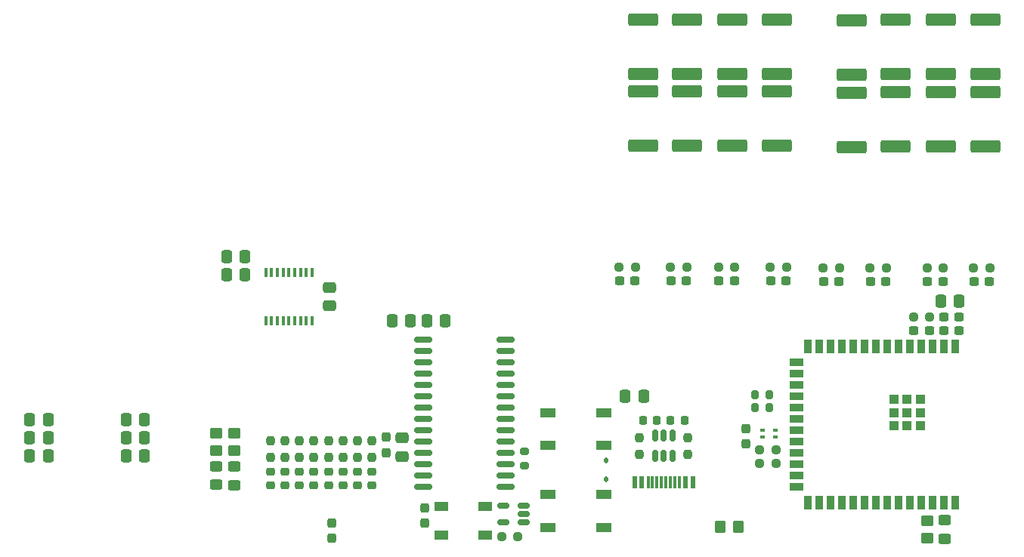
<source format=gbr>
%TF.GenerationSoftware,KiCad,Pcbnew,8.0.2*%
%TF.CreationDate,2024-08-07T19:15:07+02:00*%
%TF.ProjectId,hamodule,68616d6f-6475-46c6-952e-6b696361645f,20240807.23.8*%
%TF.SameCoordinates,Original*%
%TF.FileFunction,Paste,Top*%
%TF.FilePolarity,Positive*%
%FSLAX46Y46*%
G04 Gerber Fmt 4.6, Leading zero omitted, Abs format (unit mm)*
G04 Created by KiCad (PCBNEW 8.0.2) date 2024-08-07 19:15:07*
%MOMM*%
%LPD*%
G01*
G04 APERTURE LIST*
G04 Aperture macros list*
%AMRoundRect*
0 Rectangle with rounded corners*
0 $1 Rounding radius*
0 $2 $3 $4 $5 $6 $7 $8 $9 X,Y pos of 4 corners*
0 Add a 4 corners polygon primitive as box body*
4,1,4,$2,$3,$4,$5,$6,$7,$8,$9,$2,$3,0*
0 Add four circle primitives for the rounded corners*
1,1,$1+$1,$2,$3*
1,1,$1+$1,$4,$5*
1,1,$1+$1,$6,$7*
1,1,$1+$1,$8,$9*
0 Add four rect primitives between the rounded corners*
20,1,$1+$1,$2,$3,$4,$5,0*
20,1,$1+$1,$4,$5,$6,$7,0*
20,1,$1+$1,$6,$7,$8,$9,0*
20,1,$1+$1,$8,$9,$2,$3,0*%
G04 Aperture macros list end*
%ADD10RoundRect,0.249999X-1.425001X0.450001X-1.425001X-0.450001X1.425001X-0.450001X1.425001X0.450001X0*%
%ADD11RoundRect,0.250000X0.450000X-0.325000X0.450000X0.325000X-0.450000X0.325000X-0.450000X-0.325000X0*%
%ADD12RoundRect,0.250000X0.450000X-0.350000X0.450000X0.350000X-0.450000X0.350000X-0.450000X-0.350000X0*%
%ADD13RoundRect,0.250000X0.337500X0.475000X-0.337500X0.475000X-0.337500X-0.475000X0.337500X-0.475000X0*%
%ADD14RoundRect,0.250000X-0.337500X-0.475000X0.337500X-0.475000X0.337500X0.475000X-0.337500X0.475000X0*%
%ADD15RoundRect,0.237500X-0.250000X-0.237500X0.250000X-0.237500X0.250000X0.237500X-0.250000X0.237500X0*%
%ADD16RoundRect,0.237500X0.300000X0.237500X-0.300000X0.237500X-0.300000X-0.237500X0.300000X-0.237500X0*%
%ADD17R,1.800000X1.100000*%
%ADD18RoundRect,0.237500X-0.300000X-0.237500X0.300000X-0.237500X0.300000X0.237500X-0.300000X0.237500X0*%
%ADD19RoundRect,0.237500X-0.237500X0.300000X-0.237500X-0.300000X0.237500X-0.300000X0.237500X0.300000X0*%
%ADD20RoundRect,0.225000X0.225000X0.250000X-0.225000X0.250000X-0.225000X-0.250000X0.225000X-0.250000X0*%
%ADD21R,0.400000X1.000000*%
%ADD22RoundRect,0.237500X0.237500X-0.250000X0.237500X0.250000X-0.237500X0.250000X-0.237500X-0.250000X0*%
%ADD23RoundRect,0.218750X0.256250X-0.218750X0.256250X0.218750X-0.256250X0.218750X-0.256250X-0.218750X0*%
%ADD24RoundRect,0.150000X0.512500X0.150000X-0.512500X0.150000X-0.512500X-0.150000X0.512500X-0.150000X0*%
%ADD25RoundRect,0.200000X0.200000X0.275000X-0.200000X0.275000X-0.200000X-0.275000X0.200000X-0.275000X0*%
%ADD26R,0.900000X1.500000*%
%ADD27R,1.500000X0.900000*%
%ADD28R,1.000000X1.000000*%
%ADD29RoundRect,0.237500X0.237500X-0.300000X0.237500X0.300000X-0.237500X0.300000X-0.237500X-0.300000X0*%
%ADD30RoundRect,0.200000X0.275000X-0.200000X0.275000X0.200000X-0.275000X0.200000X-0.275000X-0.200000X0*%
%ADD31RoundRect,0.250000X-0.450000X0.325000X-0.450000X-0.325000X0.450000X-0.325000X0.450000X0.325000X0*%
%ADD32RoundRect,0.112500X0.112500X-0.187500X0.112500X0.187500X-0.112500X0.187500X-0.112500X-0.187500X0*%
%ADD33R,0.600000X1.450000*%
%ADD34R,0.300000X1.450000*%
%ADD35RoundRect,0.150000X-0.875000X-0.150000X0.875000X-0.150000X0.875000X0.150000X-0.875000X0.150000X0*%
%ADD36RoundRect,0.250000X-0.475000X0.337500X-0.475000X-0.337500X0.475000X-0.337500X0.475000X0.337500X0*%
%ADD37RoundRect,0.250000X-0.350000X-0.450000X0.350000X-0.450000X0.350000X0.450000X-0.350000X0.450000X0*%
%ADD38R,0.500000X0.300000*%
%ADD39RoundRect,0.150000X0.150000X-0.512500X0.150000X0.512500X-0.150000X0.512500X-0.150000X-0.512500X0*%
%ADD40RoundRect,0.225000X-0.225000X-0.250000X0.225000X-0.250000X0.225000X0.250000X-0.225000X0.250000X0*%
%ADD41R,1.500000X1.000000*%
G04 APERTURE END LIST*
D10*
%TO.C,R19*%
X76275000Y59056900D03*
X76275000Y52956900D03*
%TD*%
%TO.C,R20*%
X81228000Y59056900D03*
X81228000Y52956900D03*
%TD*%
%TO.C,R16*%
X81228000Y51005100D03*
X81228000Y44905100D03*
%TD*%
%TO.C,R15*%
X76275000Y51005100D03*
X76275000Y44905100D03*
%TD*%
D11*
%TO.C,D1*%
X28424000Y6868400D03*
X28424000Y8918400D03*
%TD*%
D12*
%TO.C,R2*%
X28424000Y10668400D03*
X28424000Y12668400D03*
%TD*%
D13*
%TO.C,C9*%
X9644200Y14198600D03*
X7569200Y14198600D03*
%TD*%
D14*
%TO.C,C7*%
X18364200Y10109200D03*
X20439200Y10109200D03*
%TD*%
D10*
%TO.C,R18*%
X91286400Y51005100D03*
X91286400Y44905100D03*
%TD*%
%TO.C,R21*%
X86257200Y59056900D03*
X86257200Y52956900D03*
%TD*%
%TO.C,R22*%
X91286400Y59056900D03*
X91286400Y52956900D03*
%TD*%
%TO.C,R17*%
X86257200Y51005100D03*
X86257200Y44905100D03*
%TD*%
D15*
%TO.C,R1*%
X106588402Y25681201D03*
X108413402Y25681201D03*
%TD*%
D16*
%TO.C,C1*%
X108350902Y24157201D03*
X106625902Y24157201D03*
%TD*%
D17*
%TO.C,SW1*%
X65671000Y14968400D03*
X71871000Y14968400D03*
X65671000Y11268400D03*
X71871000Y11268400D03*
%TD*%
%TO.C,SW2*%
X65669800Y5765800D03*
X71869800Y5765800D03*
X65669800Y2065800D03*
X71869800Y2065800D03*
%TD*%
D18*
%TO.C,C5*%
X109980902Y24157201D03*
X111705902Y24157201D03*
%TD*%
D19*
%TO.C,C19*%
X87779402Y13161201D03*
X87779402Y11436201D03*
%TD*%
D20*
%TO.C,C13*%
X77834402Y14078701D03*
X76284402Y14078701D03*
%TD*%
D11*
%TO.C,D12*%
X30524000Y6843400D03*
X30524000Y8893400D03*
%TD*%
D21*
%TO.C,U10*%
X34012800Y25290800D03*
X34662800Y25290800D03*
X35312800Y25290800D03*
X35962800Y25290800D03*
X36612800Y25290800D03*
X37262800Y25290800D03*
X37912800Y25290800D03*
X38562800Y25290800D03*
X39212800Y25290800D03*
X39212800Y30690800D03*
X38562800Y30690800D03*
X37912800Y30690800D03*
X37262800Y30690800D03*
X36612800Y30690800D03*
X35962800Y30690800D03*
X35312800Y30690800D03*
X34662800Y30690800D03*
X34012800Y30690800D03*
%TD*%
D22*
%TO.C,R40*%
X36171496Y9965496D03*
X36171496Y11790496D03*
%TD*%
%TO.C,R39*%
X34545896Y9967396D03*
X34545896Y11792396D03*
%TD*%
D10*
%TO.C,R33*%
X104583200Y50900600D03*
X104583200Y44800600D03*
%TD*%
D18*
%TO.C,C24*%
X96524002Y29707101D03*
X98249002Y29707101D03*
%TD*%
D10*
%TO.C,R29*%
X104583200Y59032600D03*
X104583200Y52932600D03*
%TD*%
D23*
%TO.C,D8*%
X34545896Y6790296D03*
X34545896Y8365296D03*
%TD*%
D18*
%TO.C,C22*%
X108156102Y29707101D03*
X109881102Y29707101D03*
%TD*%
D12*
%TO.C,R44*%
X30524000Y10668400D03*
X30524000Y12668400D03*
%TD*%
D15*
%TO.C,R13*%
X84738626Y31255920D03*
X86563626Y31255920D03*
%TD*%
D22*
%TO.C,R25*%
X42673896Y9967396D03*
X42673896Y11792396D03*
%TD*%
%TO.C,R26*%
X41048296Y9965496D03*
X41048296Y11790496D03*
%TD*%
D10*
%TO.C,R34*%
X99644200Y50852800D03*
X99644200Y44752800D03*
%TD*%
D15*
%TO.C,R11*%
X73611526Y31255920D03*
X75436526Y31255920D03*
%TD*%
D24*
%TO.C,U12*%
X62890400Y2641600D03*
X62890400Y3591600D03*
X62890400Y4541600D03*
X60615400Y4541600D03*
X60615400Y2641600D03*
%TD*%
D25*
%TO.C,R4*%
X90454402Y16988701D03*
X88804402Y16988701D03*
%TD*%
D15*
%TO.C,R35*%
X113337702Y31231101D03*
X115162702Y31231101D03*
%TD*%
D10*
%TO.C,R30*%
X99644200Y58982800D03*
X99644200Y52882800D03*
%TD*%
D25*
%TO.C,R3*%
X90454402Y15513701D03*
X88804402Y15513701D03*
%TD*%
D26*
%TO.C,U2*%
X111239402Y22348701D03*
X109969402Y22348701D03*
X108699402Y22348701D03*
X107429402Y22348701D03*
X106159402Y22348701D03*
X104889402Y22348701D03*
X103619402Y22348701D03*
X102349402Y22348701D03*
X101079402Y22348701D03*
X99809402Y22348701D03*
X98539402Y22348701D03*
X97269402Y22348701D03*
X95999402Y22348701D03*
X94729402Y22348701D03*
D27*
X93479402Y20583701D03*
X93479402Y19313701D03*
X93479402Y18043701D03*
X93479402Y16773701D03*
X93479402Y15503701D03*
X93479402Y14233701D03*
X93479402Y12963701D03*
X93479402Y11693701D03*
X93479402Y10423701D03*
X93479402Y9153701D03*
X93479402Y7883701D03*
X93479402Y6613701D03*
D26*
X94729402Y4848701D03*
X95999402Y4848701D03*
X97269402Y4848701D03*
X98539402Y4848701D03*
X99809402Y4848701D03*
X101079402Y4848701D03*
X102349402Y4848701D03*
X103619402Y4848701D03*
X104889402Y4848701D03*
X106159402Y4848701D03*
X107429402Y4848701D03*
X108699402Y4848701D03*
X109969402Y4848701D03*
X111239402Y4848701D03*
D28*
X107389402Y16458701D03*
X105889402Y16458701D03*
X104389402Y16458701D03*
X107389402Y14958701D03*
X105889402Y14958701D03*
X104389402Y14958701D03*
X107389402Y13458701D03*
X105889402Y13458701D03*
X104389402Y13458701D03*
%TD*%
D10*
%TO.C,R27*%
X114616200Y59032600D03*
X114616200Y52932600D03*
%TD*%
D23*
%TO.C,D6*%
X42673896Y6790396D03*
X42673896Y8365396D03*
%TD*%
D15*
%TO.C,R45*%
X60425800Y1051600D03*
X62250800Y1051600D03*
%TD*%
D29*
%TO.C,C28*%
X51839200Y2540700D03*
X51839200Y4265700D03*
%TD*%
D30*
%TO.C,R43*%
X63017400Y8968400D03*
X63017400Y10618400D03*
%TD*%
D15*
%TO.C,R37*%
X101706402Y31231101D03*
X103531402Y31231101D03*
%TD*%
D31*
%TO.C,D2*%
X110058200Y2879200D03*
X110058200Y829200D03*
%TD*%
D14*
%TO.C,C27*%
X48149000Y25268400D03*
X50224000Y25268400D03*
%TD*%
D19*
%TO.C,C34*%
X47524000Y12205900D03*
X47524000Y10480900D03*
%TD*%
D32*
%TO.C,D3*%
X72124000Y7468400D03*
X72124000Y9568400D03*
%TD*%
D10*
%TO.C,R28*%
X109637800Y59032600D03*
X109637800Y52932600D03*
%TD*%
D16*
%TO.C,C21*%
X115112702Y29707101D03*
X113387702Y29707101D03*
%TD*%
D13*
%TO.C,C10*%
X9644200Y12141200D03*
X7569200Y12141200D03*
%TD*%
D33*
%TO.C,J11*%
X75355402Y7137801D03*
X76155402Y7137801D03*
D34*
X77355402Y7137801D03*
X78355402Y7137801D03*
X78855402Y7137801D03*
X79855402Y7137801D03*
D33*
X81055402Y7137801D03*
X81855402Y7137801D03*
X81855402Y7137801D03*
X81055402Y7137801D03*
D34*
X80355402Y7137801D03*
X79355402Y7137801D03*
X77855402Y7137801D03*
X76855402Y7137801D03*
D33*
X76155402Y7137801D03*
X75355402Y7137801D03*
%TD*%
D15*
%TO.C,R14*%
X90529826Y31255920D03*
X92354826Y31255920D03*
%TD*%
D22*
%TO.C,R41*%
X37797096Y9965496D03*
X37797096Y11790496D03*
%TD*%
D18*
%TO.C,C17*%
X84785626Y29731920D03*
X86510626Y29731920D03*
%TD*%
D23*
%TO.C,D4*%
X45925096Y6790396D03*
X45925096Y8365396D03*
%TD*%
D35*
%TO.C,U9*%
X51622400Y23190200D03*
X51622400Y21920200D03*
X51622400Y20650200D03*
X51622400Y19380200D03*
X51622400Y18110200D03*
X51622400Y16840200D03*
X51622400Y15570200D03*
X51622400Y14300200D03*
X51622400Y13030200D03*
X51622400Y11760200D03*
X51622400Y10490200D03*
X51622400Y9220200D03*
X51622400Y7950200D03*
X51622400Y6680200D03*
X60922400Y6680200D03*
X60922400Y7950200D03*
X60922400Y9220200D03*
X60922400Y10490200D03*
X60922400Y11760200D03*
X60922400Y13030200D03*
X60922400Y14300200D03*
X60922400Y15570200D03*
X60922400Y16840200D03*
X60922400Y18110200D03*
X60922400Y19380200D03*
X60922400Y20650200D03*
X60922400Y21920200D03*
X60922400Y23190200D03*
%TD*%
D18*
%TO.C,C16*%
X79402600Y29731920D03*
X81127600Y29731920D03*
%TD*%
D14*
%TO.C,C4*%
X18372000Y14173200D03*
X20447000Y14173200D03*
%TD*%
D15*
%TO.C,R38*%
X96474002Y31231101D03*
X98299002Y31231101D03*
%TD*%
D23*
%TO.C,D9*%
X36171496Y6790396D03*
X36171496Y8365396D03*
%TD*%
D19*
%TO.C,C25*%
X41427400Y2615100D03*
X41427400Y890100D03*
%TD*%
D14*
%TO.C,C33*%
X74286500Y16768400D03*
X76361500Y16768400D03*
%TD*%
D22*
%TO.C,R23*%
X45925096Y9967396D03*
X45925096Y11792396D03*
%TD*%
D18*
%TO.C,C23*%
X101756402Y29707101D03*
X103481402Y29707101D03*
%TD*%
D14*
%TO.C,C29*%
X52049000Y25268400D03*
X54124000Y25268400D03*
%TD*%
D16*
%TO.C,C18*%
X92301826Y29731920D03*
X90576826Y29731920D03*
%TD*%
D36*
%TO.C,C14*%
X41173400Y29002900D03*
X41173400Y26927900D03*
%TD*%
D22*
%TO.C,R9*%
X81309402Y10296201D03*
X81309402Y12121201D03*
%TD*%
%TO.C,R24*%
X44299496Y9967396D03*
X44299496Y11792396D03*
%TD*%
D13*
%TO.C,C36*%
X31699000Y30468400D03*
X29624000Y30468400D03*
%TD*%
D37*
%TO.C,R8*%
X84944200Y2184400D03*
X86944200Y2184400D03*
%TD*%
D38*
%TO.C,U7*%
X91089402Y12205101D03*
X91089402Y13005101D03*
X89689402Y13005101D03*
X89689402Y12205101D03*
%TD*%
D23*
%TO.C,D11*%
X39422696Y6790396D03*
X39422696Y8365396D03*
%TD*%
D39*
%TO.C,U4*%
X77659402Y10101201D03*
X78609402Y10101201D03*
X79559402Y10101201D03*
X79559402Y12376201D03*
X78609402Y12376201D03*
X77659402Y12376201D03*
%TD*%
D40*
%TO.C,C12*%
X79374402Y14078701D03*
X80924402Y14078701D03*
%TD*%
D15*
%TO.C,R7*%
X89358502Y10795000D03*
X91183502Y10795000D03*
%TD*%
D13*
%TO.C,C11*%
X9644200Y10109200D03*
X7569200Y10109200D03*
%TD*%
D23*
%TO.C,D10*%
X37797096Y6790396D03*
X37797096Y8365396D03*
%TD*%
D10*
%TO.C,R32*%
X109637800Y50904600D03*
X109637800Y44804600D03*
%TD*%
D23*
%TO.C,D7*%
X41048296Y6790396D03*
X41048296Y8365396D03*
%TD*%
D10*
%TO.C,R31*%
X114616200Y50904600D03*
X114616200Y44804600D03*
%TD*%
D18*
%TO.C,C3*%
X110000002Y25681201D03*
X111725002Y25681201D03*
%TD*%
D14*
%TO.C,C6*%
X18364200Y12141200D03*
X20439200Y12141200D03*
%TD*%
D13*
%TO.C,C35*%
X31699000Y32468400D03*
X29624000Y32468400D03*
%TD*%
D22*
%TO.C,R42*%
X39422696Y9965496D03*
X39422696Y11790496D03*
%TD*%
D41*
%TO.C,D13*%
X58565600Y1219200D03*
X58565600Y4419200D03*
X53665600Y4419200D03*
X53665600Y1219200D03*
%TD*%
D15*
%TO.C,R12*%
X79351926Y31267400D03*
X81176926Y31267400D03*
%TD*%
%TO.C,R6*%
X89358502Y9271000D03*
X91183502Y9271000D03*
%TD*%
D12*
%TO.C,R5*%
X108102400Y854200D03*
X108102400Y2854200D03*
%TD*%
D22*
%TO.C,R10*%
X75839402Y10316201D03*
X75839402Y12141201D03*
%TD*%
D18*
%TO.C,C15*%
X73660426Y29731920D03*
X75385426Y29731920D03*
%TD*%
D14*
%TO.C,C20*%
X109622302Y27448701D03*
X111697302Y27448701D03*
%TD*%
D36*
%TO.C,C30*%
X49324000Y12143400D03*
X49324000Y10068400D03*
%TD*%
D23*
%TO.C,D5*%
X44299496Y6790396D03*
X44299496Y8365396D03*
%TD*%
D15*
%TO.C,R36*%
X108105302Y31231101D03*
X109930302Y31231101D03*
%TD*%
M02*

</source>
